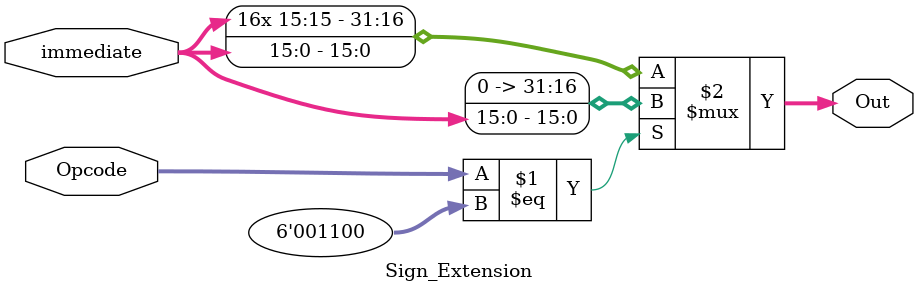
<source format=v>
`timescale 1ns / 1ps
module Sign_Extension(Opcode, immediate, Out);
	input [5:0]Opcode;

	output[31:0] Out;
	input[15:0] immediate;


	assign Out = (Opcode == 12) ? {16'b0,immediate} : {{16{immediate[15]}},immediate[15:0]};


endmodule


</source>
